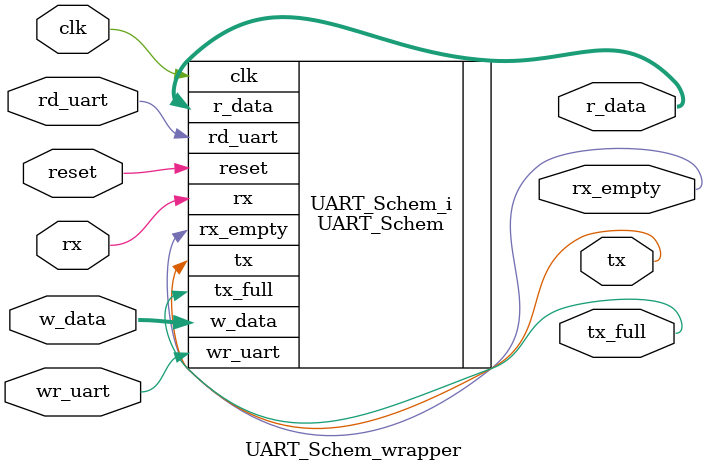
<source format=v>
`timescale 1 ps / 1 ps

module UART_Schem_wrapper
   (clk,
    r_data,
    rd_uart,
    reset,
    rx,
    rx_empty,
    tx,
    tx_full,
    w_data,
    wr_uart);
  input clk;
  output [7:0]r_data;
  input rd_uart;
  input reset;
  input rx;
  output rx_empty;
  output tx;
  output tx_full;
  input [7:0]w_data;
  input wr_uart;

  wire clk;
  wire [7:0]r_data;
  wire rd_uart;
  wire reset;
  wire rx;
  wire rx_empty;
  wire tx;
  wire tx_full;
  wire [7:0]w_data;
  wire wr_uart;

  UART_Schem UART_Schem_i
       (.clk(clk),
        .r_data(r_data),
        .rd_uart(rd_uart),
        .reset(reset),
        .rx(rx),
        .rx_empty(rx_empty),
        .tx(tx),
        .tx_full(tx_full),
        .w_data(w_data),
        .wr_uart(wr_uart));
endmodule

</source>
